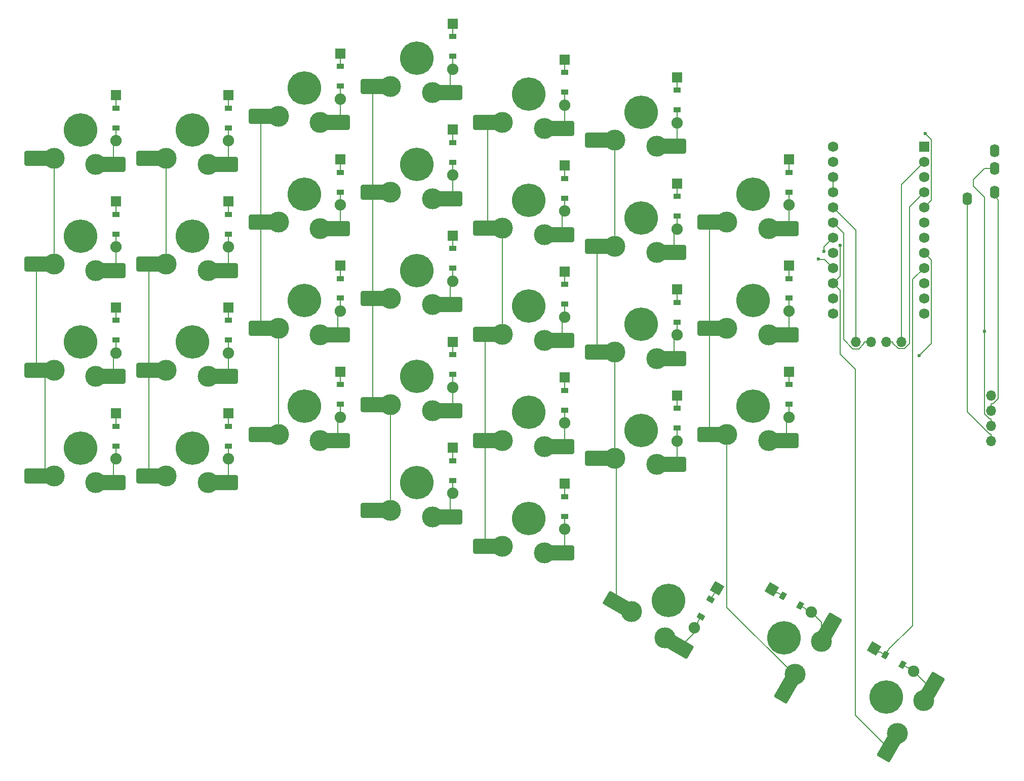
<source format=gbr>
%TF.GenerationSoftware,KiCad,Pcbnew,9.0.7*%
%TF.CreationDate,2026-01-28T22:46:33+01:00*%
%TF.ProjectId,board_left_finished,626f6172-645f-46c6-9566-745f66696e69,v1.0.0*%
%TF.SameCoordinates,Original*%
%TF.FileFunction,Copper,L2,Bot*%
%TF.FilePolarity,Positive*%
%FSLAX46Y46*%
G04 Gerber Fmt 4.6, Leading zero omitted, Abs format (unit mm)*
G04 Created by KiCad (PCBNEW 9.0.7) date 2026-01-28 22:46:33*
%MOMM*%
%LPD*%
G01*
G04 APERTURE LIST*
G04 Aperture macros list*
%AMRoundRect*
0 Rectangle with rounded corners*
0 $1 Rounding radius*
0 $2 $3 $4 $5 $6 $7 $8 $9 X,Y pos of 4 corners*
0 Add a 4 corners polygon primitive as box body*
4,1,4,$2,$3,$4,$5,$6,$7,$8,$9,$2,$3,0*
0 Add four circle primitives for the rounded corners*
1,1,$1+$1,$2,$3*
1,1,$1+$1,$4,$5*
1,1,$1+$1,$6,$7*
1,1,$1+$1,$8,$9*
0 Add four rect primitives between the rounded corners*
20,1,$1+$1,$2,$3,$4,$5,0*
20,1,$1+$1,$4,$5,$6,$7,0*
20,1,$1+$1,$6,$7,$8,$9,0*
20,1,$1+$1,$8,$9,$2,$3,0*%
%AMRotRect*
0 Rectangle, with rotation*
0 The origin of the aperture is its center*
0 $1 length*
0 $2 width*
0 $3 Rotation angle, in degrees counterclockwise*
0 Add horizontal line*
21,1,$1,$2,0,0,$3*%
G04 Aperture macros list end*
%TA.AperFunction,ComponentPad*%
%ADD10R,1.778000X1.778000*%
%TD*%
%TA.AperFunction,SMDPad,CuDef*%
%ADD11R,1.200000X0.900000*%
%TD*%
%TA.AperFunction,ComponentPad*%
%ADD12C,1.905000*%
%TD*%
%TA.AperFunction,ComponentPad*%
%ADD13O,1.700000X1.700000*%
%TD*%
%TA.AperFunction,ComponentPad*%
%ADD14RotRect,1.778000X1.778000X330.000000*%
%TD*%
%TA.AperFunction,SMDPad,CuDef*%
%ADD15RotRect,0.900000X1.200000X330.000000*%
%TD*%
%TA.AperFunction,ComponentPad*%
%ADD16RotRect,1.778000X1.778000X240.000000*%
%TD*%
%TA.AperFunction,SMDPad,CuDef*%
%ADD17RotRect,0.900000X1.200000X240.000000*%
%TD*%
%TA.AperFunction,ComponentPad*%
%ADD18R,1.752600X1.752600*%
%TD*%
%TA.AperFunction,ComponentPad*%
%ADD19C,1.752600*%
%TD*%
%TA.AperFunction,ComponentPad*%
%ADD20O,1.600000X2.200000*%
%TD*%
%TA.AperFunction,ComponentPad*%
%ADD21C,5.600000*%
%TD*%
%TA.AperFunction,SMDPad,CuDef*%
%ADD22RoundRect,0.250000X-1.750000X-1.000000X1.750000X-1.000000X1.750000X1.000000X-1.750000X1.000000X0*%
%TD*%
%TA.AperFunction,ComponentPad*%
%ADD23C,3.500000*%
%TD*%
%TA.AperFunction,SMDPad,CuDef*%
%ADD24RoundRect,0.250000X-0.008975X-2.015544X1.741025X1.015544X0.008975X2.015544X-1.741025X-1.015544X0*%
%TD*%
%TA.AperFunction,SMDPad,CuDef*%
%ADD25RoundRect,0.250000X-2.015544X0.008975X1.015544X-1.741025X2.015544X-0.008975X-1.015544X1.741025X0*%
%TD*%
%TA.AperFunction,ViaPad*%
%ADD26C,0.600000*%
%TD*%
%TA.AperFunction,Conductor*%
%ADD27C,0.200000*%
%TD*%
G04 APERTURE END LIST*
D10*
%TO.P,D1,1*%
%TO.N,P18*%
X106000000Y-126440000D03*
D11*
X106000000Y-128600000D03*
%TO.P,D1,2*%
%TO.N,first_bottom*%
X106000000Y-131900000D03*
D12*
X106000000Y-134060000D03*
%TD*%
D10*
%TO.P,D10,1*%
%TO.N,P19*%
X143500000Y-101690000D03*
D11*
X143500000Y-103850000D03*
%TO.P,D10,2*%
%TO.N,third_home*%
X143500000Y-107150000D03*
D12*
X143500000Y-109310000D03*
%TD*%
D13*
%TO.P,I2COut,1*%
%TO.N,GND*%
X252300000Y-123440000D03*
%TO.P,I2COut,2*%
%TO.N,VCC*%
X252300000Y-125980000D03*
%TO.P,I2COut,3*%
%TO.N,P3*%
X252300000Y-128520000D03*
%TO.P,I2COut,4*%
%TO.N,P2*%
X252300000Y-131060000D03*
%TD*%
D10*
%TO.P,D8,1*%
%TO.N,P21*%
X124750000Y-73190000D03*
D11*
X124750000Y-75350000D03*
%TO.P,D8,2*%
%TO.N,second_num*%
X124750000Y-78650000D03*
D12*
X124750000Y-80810000D03*
%TD*%
D10*
%TO.P,D2,1*%
%TO.N,P19*%
X106000000Y-108690000D03*
D11*
X106000000Y-110850000D03*
%TO.P,D2,2*%
%TO.N,first_home*%
X106000000Y-114150000D03*
D12*
X106000000Y-116310000D03*
%TD*%
D10*
%TO.P,D18,1*%
%TO.N,P15*%
X181000000Y-138190000D03*
D11*
X181000000Y-140350000D03*
%TO.P,D18,2*%
%TO.N,fifth_mod*%
X181000000Y-143650000D03*
D12*
X181000000Y-145810000D03*
%TD*%
D14*
%TO.P,D32,1*%
%TO.N,P15*%
X232736043Y-165768200D03*
D15*
X234606658Y-166848200D03*
%TO.P,D32,2*%
%TO.N,big_thumb_cluster*%
X237464542Y-168498200D03*
D12*
X239335157Y-169578200D03*
%TD*%
D10*
%TO.P,D7,1*%
%TO.N,P20*%
X124750000Y-90940000D03*
D11*
X124750000Y-93100000D03*
%TO.P,D7,2*%
%TO.N,second_top*%
X124750000Y-96400000D03*
D12*
X124750000Y-98560000D03*
%TD*%
D10*
%TO.P,D28,1*%
%TO.N,P19*%
X218500000Y-101690000D03*
D11*
X218500000Y-103850000D03*
%TO.P,D28,2*%
%TO.N,seventh_home*%
X218500000Y-107150000D03*
D12*
X218500000Y-109310000D03*
%TD*%
D13*
%TO.P,DISP1,1*%
%TO.N,P2*%
X229645000Y-114450000D03*
%TO.P,DISP1,2*%
%TO.N,P3*%
X232185000Y-114450000D03*
%TO.P,DISP1,3*%
%TO.N,VCC*%
X234725000Y-114450000D03*
%TO.P,DISP1,4*%
%TO.N,GND*%
X237265000Y-114450000D03*
%TD*%
D10*
%TO.P,D13,1*%
%TO.N,P15*%
X162250000Y-132190000D03*
D11*
X162250000Y-134350000D03*
%TO.P,D13,2*%
%TO.N,fourth_mod*%
X162250000Y-137650000D03*
D12*
X162250000Y-139810000D03*
%TD*%
D16*
%TO.P,D30,1*%
%TO.N,P15*%
X206449200Y-155718343D03*
D17*
X205369200Y-157588958D03*
%TO.P,D30,2*%
%TO.N,small_thumb_cluster*%
X203719200Y-160446842D03*
D12*
X202639200Y-162317457D03*
%TD*%
D18*
%TO.P,MCU1,1*%
%TO.N,RAW*%
X241075000Y-81780000D03*
D19*
%TO.P,MCU1,2*%
%TO.N,GND*%
X241075000Y-84320000D03*
%TO.P,MCU1,3*%
%TO.N,RST*%
X241075000Y-86860000D03*
%TO.P,MCU1,4*%
%TO.N,VCC*%
X241075000Y-89400000D03*
%TO.P,MCU1,5*%
%TO.N,P21*%
X241075000Y-91940000D03*
%TO.P,MCU1,6*%
%TO.N,P20*%
X241075000Y-94480000D03*
%TO.P,MCU1,7*%
%TO.N,P19*%
X241075000Y-97020000D03*
%TO.P,MCU1,8*%
%TO.N,P18*%
X241075000Y-99560000D03*
%TO.P,MCU1,9*%
%TO.N,P15*%
X241075000Y-102100000D03*
%TO.P,MCU1,10*%
%TO.N,P14*%
X241075000Y-104640000D03*
%TO.P,MCU1,11*%
%TO.N,P16*%
X241075000Y-107180000D03*
%TO.P,MCU1,12*%
%TO.N,P10*%
X241075000Y-109720000D03*
%TO.P,MCU1,13*%
%TO.N,P1*%
X225835000Y-81780000D03*
%TO.P,MCU1,14*%
%TO.N,P0*%
X225835000Y-84320000D03*
%TO.P,MCU1,15*%
%TO.N,GND*%
X225835000Y-86860000D03*
%TO.P,MCU1,16*%
X225835000Y-89400000D03*
%TO.P,MCU1,17*%
%TO.N,P2*%
X225835000Y-91940000D03*
%TO.P,MCU1,18*%
%TO.N,P3*%
X225835000Y-94480000D03*
%TO.P,MCU1,19*%
%TO.N,P4*%
X225835000Y-97020000D03*
%TO.P,MCU1,20*%
%TO.N,P5*%
X225835000Y-99560000D03*
%TO.P,MCU1,21*%
%TO.N,P6*%
X225835000Y-102100000D03*
%TO.P,MCU1,22*%
%TO.N,P7*%
X225835000Y-104640000D03*
%TO.P,MCU1,23*%
%TO.N,P8*%
X225835000Y-107180000D03*
%TO.P,MCU1,24*%
%TO.N,P9*%
X225835000Y-109720000D03*
%TD*%
D10*
%TO.P,D17,1*%
%TO.N,P21*%
X162250000Y-61190000D03*
D11*
X162250000Y-63350000D03*
%TO.P,D17,2*%
%TO.N,fourth_num*%
X162250000Y-66650000D03*
D12*
X162250000Y-68810000D03*
%TD*%
D10*
%TO.P,D22,1*%
%TO.N,P21*%
X181000000Y-67190000D03*
D11*
X181000000Y-69350000D03*
%TO.P,D22,2*%
%TO.N,fifth_num*%
X181000000Y-72650000D03*
D12*
X181000000Y-74810000D03*
%TD*%
D10*
%TO.P,D27,1*%
%TO.N,P18*%
X218500000Y-119440000D03*
D11*
X218500000Y-121600000D03*
%TO.P,D27,2*%
%TO.N,seventh_bottom*%
X218500000Y-124900000D03*
D12*
X218500000Y-127060000D03*
%TD*%
D10*
%TO.P,D5,1*%
%TO.N,P18*%
X124750000Y-126440000D03*
D11*
X124750000Y-128600000D03*
%TO.P,D5,2*%
%TO.N,second_bottom*%
X124750000Y-131900000D03*
D12*
X124750000Y-134060000D03*
%TD*%
D10*
%TO.P,D3,1*%
%TO.N,P20*%
X106000000Y-90940000D03*
D11*
X106000000Y-93100000D03*
%TO.P,D3,2*%
%TO.N,first_top*%
X106000000Y-96400000D03*
D12*
X106000000Y-98560000D03*
%TD*%
D10*
%TO.P,D15,1*%
%TO.N,P19*%
X162250000Y-96690000D03*
D11*
X162250000Y-98850000D03*
%TO.P,D15,2*%
%TO.N,fourth_home*%
X162250000Y-102150000D03*
D12*
X162250000Y-104310000D03*
%TD*%
D20*
%TO.P,TRRS1,2*%
%TO.N,GND*%
X252900000Y-82450000D03*
%TO.P,TRRS1,3*%
%TO.N,P3*%
X252900000Y-85450000D03*
%TO.P,TRRS1,4*%
%TO.N,VCC*%
X252900000Y-89450000D03*
%TO.P,TRRS1,5*%
%TO.N,P2*%
X248300000Y-90550000D03*
%TD*%
D10*
%TO.P,D20,1*%
%TO.N,P19*%
X181000000Y-102690000D03*
D11*
X181000000Y-104850000D03*
%TO.P,D20,2*%
%TO.N,fifth_home*%
X181000000Y-108150000D03*
D12*
X181000000Y-110310000D03*
%TD*%
D10*
%TO.P,D16,1*%
%TO.N,P20*%
X162250000Y-78940000D03*
D11*
X162250000Y-81100000D03*
%TO.P,D16,2*%
%TO.N,fourth_top*%
X162250000Y-84400000D03*
D12*
X162250000Y-86560000D03*
%TD*%
D10*
%TO.P,D9,1*%
%TO.N,P18*%
X143500000Y-119440000D03*
D11*
X143500000Y-121600000D03*
%TO.P,D9,2*%
%TO.N,third_bottom*%
X143500000Y-124900000D03*
D12*
X143500000Y-127060000D03*
%TD*%
D10*
%TO.P,D4,1*%
%TO.N,P21*%
X106000000Y-73190000D03*
D11*
X106000000Y-75350000D03*
%TO.P,D4,2*%
%TO.N,first_num*%
X106000000Y-78650000D03*
D12*
X106000000Y-80810000D03*
%TD*%
D10*
%TO.P,D19,1*%
%TO.N,P18*%
X181000000Y-120440000D03*
D11*
X181000000Y-122600000D03*
%TO.P,D19,2*%
%TO.N,fifth_bottom*%
X181000000Y-125900000D03*
D12*
X181000000Y-128060000D03*
%TD*%
D10*
%TO.P,D11,1*%
%TO.N,P20*%
X143500000Y-83940000D03*
D11*
X143500000Y-86100000D03*
%TO.P,D11,2*%
%TO.N,third_top*%
X143500000Y-89400000D03*
D12*
X143500000Y-91560000D03*
%TD*%
D10*
%TO.P,D21,1*%
%TO.N,P20*%
X181000000Y-84940000D03*
D11*
X181000000Y-87100000D03*
%TO.P,D21,2*%
%TO.N,fifth_top*%
X181000000Y-90400000D03*
D12*
X181000000Y-92560000D03*
%TD*%
D10*
%TO.P,D29,1*%
%TO.N,P20*%
X218500000Y-83940000D03*
D11*
X218500000Y-86100000D03*
%TO.P,D29,2*%
%TO.N,seventh_top*%
X218500000Y-89400000D03*
D12*
X218500000Y-91560000D03*
%TD*%
D10*
%TO.P,D24,1*%
%TO.N,P19*%
X199750000Y-105690000D03*
D11*
X199750000Y-107850000D03*
%TO.P,D24,2*%
%TO.N,sixth_home*%
X199750000Y-111150000D03*
D12*
X199750000Y-113310000D03*
%TD*%
D10*
%TO.P,D6,1*%
%TO.N,P19*%
X124750000Y-108690000D03*
D11*
X124750000Y-110850000D03*
%TO.P,D6,2*%
%TO.N,second_home*%
X124750000Y-114150000D03*
D12*
X124750000Y-116310000D03*
%TD*%
D10*
%TO.P,D26,1*%
%TO.N,P21*%
X199750000Y-70190000D03*
D11*
X199750000Y-72350000D03*
%TO.P,D26,2*%
%TO.N,sixth_num*%
X199750000Y-75650000D03*
D12*
X199750000Y-77810000D03*
%TD*%
D10*
%TO.P,D23,1*%
%TO.N,P18*%
X199750000Y-123440000D03*
D11*
X199750000Y-125600000D03*
%TO.P,D23,2*%
%TO.N,sixth_bottom*%
X199750000Y-128900000D03*
D12*
X199750000Y-131060000D03*
%TD*%
D10*
%TO.P,D25,1*%
%TO.N,P20*%
X199750000Y-87940000D03*
D11*
X199750000Y-90100000D03*
%TO.P,D25,2*%
%TO.N,sixth_top*%
X199750000Y-93400000D03*
D12*
X199750000Y-95560000D03*
%TD*%
D10*
%TO.P,D12,1*%
%TO.N,P21*%
X143500000Y-66190000D03*
D11*
X143500000Y-68350000D03*
%TO.P,D12,2*%
%TO.N,third_num*%
X143500000Y-71650000D03*
D12*
X143500000Y-73810000D03*
%TD*%
D14*
%TO.P,D31,1*%
%TO.N,P15*%
X215588743Y-155868200D03*
D15*
X217459358Y-156948200D03*
%TO.P,D31,2*%
%TO.N,medium_thumb_cluster*%
X220317242Y-158598200D03*
D12*
X222187857Y-159678200D03*
%TD*%
D10*
%TO.P,D14,1*%
%TO.N,P18*%
X162250000Y-114440000D03*
D11*
X162250000Y-116600000D03*
%TO.P,D14,2*%
%TO.N,fourth_bottom*%
X162250000Y-119900000D03*
D12*
X162250000Y-122060000D03*
%TD*%
D21*
%TO.P,S29,*%
%TO.N,*%
X212500000Y-89750000D03*
D22*
%TO.P,S29,1*%
%TO.N,P10*%
X205150000Y-94450000D03*
D23*
X208100000Y-94450000D03*
%TO.P,S29,2*%
%TO.N,seventh_top*%
X215100000Y-95500000D03*
D22*
X218050000Y-95500000D03*
%TD*%
D21*
%TO.P,S18,*%
%TO.N,*%
X175000000Y-144000000D03*
D22*
%TO.P,S18,1*%
%TO.N,P9*%
X167650000Y-148700000D03*
D23*
X170600000Y-148700000D03*
%TO.P,S18,2*%
%TO.N,fifth_mod*%
X177600000Y-149750000D03*
D22*
X180550000Y-149750000D03*
%TD*%
D21*
%TO.P,S31,*%
%TO.N,*%
X217620400Y-163969400D03*
D24*
%TO.P,S31,1*%
%TO.N,P10*%
X218015719Y-172684687D03*
D23*
X219490719Y-170129912D03*
%TO.P,S31,2*%
%TO.N,medium_thumb_cluster*%
X223900046Y-164592734D03*
D24*
X225375046Y-162037959D03*
%TD*%
D21*
%TO.P,S4,*%
%TO.N,*%
X100000000Y-79000000D03*
D22*
%TO.P,S4,1*%
%TO.N,P5*%
X92650000Y-83700000D03*
D23*
X95600000Y-83700000D03*
%TO.P,S4,2*%
%TO.N,first_num*%
X102600000Y-84750000D03*
D22*
X105550000Y-84750000D03*
%TD*%
D21*
%TO.P,S9,*%
%TO.N,*%
X137500000Y-125250000D03*
D22*
%TO.P,S9,1*%
%TO.N,P7*%
X130150000Y-129950000D03*
D23*
X133100000Y-129950000D03*
%TO.P,S9,2*%
%TO.N,third_bottom*%
X140100000Y-131000000D03*
D22*
X143050000Y-131000000D03*
%TD*%
D21*
%TO.P,S22,*%
%TO.N,*%
X175000000Y-73000000D03*
D22*
%TO.P,S22,1*%
%TO.N,P9*%
X167650000Y-77700000D03*
D23*
X170600000Y-77700000D03*
%TO.P,S22,2*%
%TO.N,fifth_num*%
X177600000Y-78750000D03*
D22*
X180550000Y-78750000D03*
%TD*%
D21*
%TO.P,S10,*%
%TO.N,*%
X137500000Y-107500000D03*
D22*
%TO.P,S10,1*%
%TO.N,P7*%
X130150000Y-112200000D03*
D23*
X133100000Y-112200000D03*
%TO.P,S10,2*%
%TO.N,third_home*%
X140100000Y-113250000D03*
D22*
X143050000Y-113250000D03*
%TD*%
D21*
%TO.P,S24,*%
%TO.N,*%
X193750000Y-111500000D03*
D22*
%TO.P,S24,1*%
%TO.N,P4*%
X186400000Y-116200000D03*
D23*
X189350000Y-116200000D03*
%TO.P,S24,2*%
%TO.N,sixth_home*%
X196350000Y-117250000D03*
D22*
X199300000Y-117250000D03*
%TD*%
D21*
%TO.P,S20,*%
%TO.N,*%
X175000000Y-108500000D03*
D22*
%TO.P,S20,1*%
%TO.N,P9*%
X167650000Y-113200000D03*
D23*
X170600000Y-113200000D03*
%TO.P,S20,2*%
%TO.N,fifth_home*%
X177600000Y-114250000D03*
D22*
X180550000Y-114250000D03*
%TD*%
D21*
%TO.P,S7,*%
%TO.N,*%
X118750000Y-96750000D03*
D22*
%TO.P,S7,1*%
%TO.N,P6*%
X111400000Y-101450000D03*
D23*
X114350000Y-101450000D03*
%TO.P,S7,2*%
%TO.N,second_top*%
X121350000Y-102500000D03*
D22*
X124300000Y-102500000D03*
%TD*%
D21*
%TO.P,S8,*%
%TO.N,*%
X118750000Y-79000000D03*
D22*
%TO.P,S8,1*%
%TO.N,P6*%
X111400000Y-83700000D03*
D23*
X114350000Y-83700000D03*
%TO.P,S8,2*%
%TO.N,second_num*%
X121350000Y-84750000D03*
D22*
X124300000Y-84750000D03*
%TD*%
D21*
%TO.P,S25,*%
%TO.N,*%
X193750000Y-93750000D03*
D22*
%TO.P,S25,1*%
%TO.N,P4*%
X186400000Y-98450000D03*
D23*
X189350000Y-98450000D03*
%TO.P,S25,2*%
%TO.N,sixth_top*%
X196350000Y-99500000D03*
D22*
X199300000Y-99500000D03*
%TD*%
D21*
%TO.P,S26,*%
%TO.N,*%
X193750000Y-76000000D03*
D22*
%TO.P,S26,1*%
%TO.N,P4*%
X186400000Y-80700000D03*
D23*
X189350000Y-80700000D03*
%TO.P,S26,2*%
%TO.N,sixth_num*%
X196350000Y-81750000D03*
D22*
X199300000Y-81750000D03*
%TD*%
D21*
%TO.P,S15,*%
%TO.N,*%
X156250000Y-102500000D03*
D22*
%TO.P,S15,1*%
%TO.N,P8*%
X148900000Y-107200000D03*
D23*
X151850000Y-107200000D03*
%TO.P,S15,2*%
%TO.N,fourth_home*%
X158850000Y-108250000D03*
D22*
X161800000Y-108250000D03*
%TD*%
D21*
%TO.P,S12,*%
%TO.N,*%
X137500000Y-72000000D03*
D22*
%TO.P,S12,1*%
%TO.N,P7*%
X130150000Y-76700000D03*
D23*
X133100000Y-76700000D03*
%TO.P,S12,2*%
%TO.N,third_num*%
X140100000Y-77750000D03*
D22*
X143050000Y-77750000D03*
%TD*%
D21*
%TO.P,S21,*%
%TO.N,*%
X175000000Y-90750000D03*
D22*
%TO.P,S21,1*%
%TO.N,P9*%
X167650000Y-95450000D03*
D23*
X170600000Y-95450000D03*
%TO.P,S21,2*%
%TO.N,fifth_top*%
X177600000Y-96500000D03*
D22*
X180550000Y-96500000D03*
%TD*%
D21*
%TO.P,S28,*%
%TO.N,*%
X212500000Y-107500000D03*
D22*
%TO.P,S28,1*%
%TO.N,P10*%
X205150000Y-112200000D03*
D23*
X208100000Y-112200000D03*
%TO.P,S28,2*%
%TO.N,seventh_home*%
X215100000Y-113250000D03*
D22*
X218050000Y-113250000D03*
%TD*%
D21*
%TO.P,S17,*%
%TO.N,*%
X156250000Y-67000000D03*
D22*
%TO.P,S17,1*%
%TO.N,P8*%
X148900000Y-71700000D03*
D23*
X151850000Y-71700000D03*
%TO.P,S17,2*%
%TO.N,fourth_num*%
X158850000Y-72750000D03*
D22*
X161800000Y-72750000D03*
%TD*%
D21*
%TO.P,S1,*%
%TO.N,*%
X100000000Y-132250000D03*
D22*
%TO.P,S1,1*%
%TO.N,P5*%
X92650000Y-136950000D03*
D23*
X95600000Y-136950000D03*
%TO.P,S1,2*%
%TO.N,first_bottom*%
X102600000Y-138000000D03*
D22*
X105550000Y-138000000D03*
%TD*%
D21*
%TO.P,S14,*%
%TO.N,*%
X156250000Y-120250000D03*
D22*
%TO.P,S14,1*%
%TO.N,P8*%
X148900000Y-124950000D03*
D23*
X151850000Y-124950000D03*
%TO.P,S14,2*%
%TO.N,fourth_bottom*%
X158850000Y-126000000D03*
D22*
X161800000Y-126000000D03*
%TD*%
D21*
%TO.P,S19,*%
%TO.N,*%
X175000000Y-126250000D03*
D22*
%TO.P,S19,1*%
%TO.N,P9*%
X167650000Y-130950000D03*
D23*
X170600000Y-130950000D03*
%TO.P,S19,2*%
%TO.N,fifth_bottom*%
X177600000Y-132000000D03*
D22*
X180550000Y-132000000D03*
%TD*%
D21*
%TO.P,S5,*%
%TO.N,*%
X118750000Y-132250000D03*
D22*
%TO.P,S5,1*%
%TO.N,P6*%
X111400000Y-136950000D03*
D23*
X114350000Y-136950000D03*
%TO.P,S5,2*%
%TO.N,second_bottom*%
X121350000Y-138000000D03*
D22*
X124300000Y-138000000D03*
%TD*%
D21*
%TO.P,S11,*%
%TO.N,*%
X137500000Y-89750000D03*
D22*
%TO.P,S11,1*%
%TO.N,P7*%
X130150000Y-94450000D03*
D23*
X133100000Y-94450000D03*
%TO.P,S11,2*%
%TO.N,third_top*%
X140100000Y-95500000D03*
D22*
X143050000Y-95500000D03*
%TD*%
D21*
%TO.P,S13,*%
%TO.N,*%
X156250000Y-138000000D03*
D22*
%TO.P,S13,1*%
%TO.N,P8*%
X148900000Y-142700000D03*
D23*
X151850000Y-142700000D03*
%TO.P,S13,2*%
%TO.N,fourth_mod*%
X158850000Y-143750000D03*
D22*
X161800000Y-143750000D03*
%TD*%
D21*
%TO.P,S3,*%
%TO.N,*%
X100000000Y-96750000D03*
D22*
%TO.P,S3,1*%
%TO.N,P5*%
X92650000Y-101450000D03*
D23*
X95600000Y-101450000D03*
%TO.P,S3,2*%
%TO.N,first_top*%
X102600000Y-102500000D03*
D22*
X105550000Y-102500000D03*
%TD*%
D21*
%TO.P,S6,*%
%TO.N,*%
X118750000Y-114500000D03*
D22*
%TO.P,S6,1*%
%TO.N,P6*%
X111400000Y-119200000D03*
D23*
X114350000Y-119200000D03*
%TO.P,S6,2*%
%TO.N,second_home*%
X121350000Y-120250000D03*
D22*
X124300000Y-120250000D03*
%TD*%
D21*
%TO.P,S27,*%
%TO.N,*%
X212500000Y-125250000D03*
D22*
%TO.P,S27,1*%
%TO.N,P10*%
X205150000Y-129950000D03*
D23*
X208100000Y-129950000D03*
%TO.P,S27,2*%
%TO.N,seventh_bottom*%
X215100000Y-131000000D03*
D22*
X218050000Y-131000000D03*
%TD*%
D21*
%TO.P,S32,*%
%TO.N,*%
X234767700Y-173869400D03*
D24*
%TO.P,S32,1*%
%TO.N,P7*%
X235163019Y-182584687D03*
D23*
X236638019Y-180029912D03*
%TO.P,S32,2*%
%TO.N,big_thumb_cluster*%
X241047346Y-174492734D03*
D24*
X242522346Y-171937959D03*
%TD*%
D21*
%TO.P,S2,*%
%TO.N,*%
X100000000Y-114500000D03*
D22*
%TO.P,S2,1*%
%TO.N,P5*%
X92650000Y-119200000D03*
D23*
X95600000Y-119200000D03*
%TO.P,S2,2*%
%TO.N,first_home*%
X102600000Y-120250000D03*
D22*
X105550000Y-120250000D03*
%TD*%
D21*
%TO.P,S30,*%
%TO.N,*%
X198348100Y-157750000D03*
D25*
%TO.P,S30,1*%
%TO.N,P4*%
X189632813Y-158145319D03*
D23*
X192187588Y-159620319D03*
%TO.P,S30,2*%
%TO.N,small_thumb_cluster*%
X197724766Y-164029646D03*
D25*
X200279541Y-165504646D03*
%TD*%
D21*
%TO.P,S16,*%
%TO.N,*%
X156250000Y-84750000D03*
D22*
%TO.P,S16,1*%
%TO.N,P8*%
X148900000Y-89450000D03*
D23*
X151850000Y-89450000D03*
%TO.P,S16,2*%
%TO.N,fourth_top*%
X158850000Y-90500000D03*
D22*
X161800000Y-90500000D03*
%TD*%
D21*
%TO.P,S23,*%
%TO.N,*%
X193750000Y-129250000D03*
D22*
%TO.P,S23,1*%
%TO.N,P4*%
X186400000Y-133950000D03*
D23*
X189350000Y-133950000D03*
%TO.P,S23,2*%
%TO.N,sixth_bottom*%
X196350000Y-135000000D03*
D22*
X199300000Y-135000000D03*
%TD*%
D26*
%TO.N,P6*%
X223420500Y-100582300D03*
%TO.N,P7*%
X227000300Y-98290000D03*
%TO.N,P4*%
X224304300Y-99358700D03*
%TO.N,P18*%
X240254900Y-116738000D03*
%TO.N,P21*%
X241281800Y-79613800D03*
%TO.N,P3*%
X251137500Y-112714700D03*
%TD*%
D27*
%TO.N,P5*%
X92650000Y-83700000D02*
X95600000Y-83700000D01*
X95600000Y-101450000D02*
X92650000Y-101450000D01*
X92650000Y-136950000D02*
X94083700Y-136950000D01*
X92650000Y-119200000D02*
X92650000Y-101450000D01*
X95600000Y-83700000D02*
X95600000Y-101450000D01*
X94083700Y-136950000D02*
X94083700Y-119200000D01*
X95600000Y-119200000D02*
X94083700Y-119200000D01*
X94083700Y-136950000D02*
X95600000Y-136950000D01*
X94083700Y-119200000D02*
X92650000Y-119200000D01*
%TO.N,first_bottom*%
X105550000Y-138000000D02*
X105550000Y-134510000D01*
X106000000Y-134060000D02*
X106000000Y-131900000D01*
X102600000Y-138000000D02*
X105550000Y-138000000D01*
X105550000Y-134510000D02*
X106000000Y-134060000D01*
%TO.N,GND*%
X225835000Y-89400000D02*
X225835000Y-86860000D01*
X237265000Y-114450000D02*
X237265000Y-88130000D01*
X237265000Y-88130000D02*
X241075000Y-84320000D01*
%TO.N,first_home*%
X105550000Y-116760000D02*
X106000000Y-116310000D01*
X102600000Y-120250000D02*
X105550000Y-120250000D01*
X105550000Y-120250000D02*
X105550000Y-116760000D01*
X106000000Y-114150000D02*
X106000000Y-116310000D01*
%TO.N,first_top*%
X106000000Y-102050000D02*
X106000000Y-98560000D01*
X106000000Y-96400000D02*
X106000000Y-98560000D01*
X105550000Y-102500000D02*
X106000000Y-102050000D01*
X102600000Y-102500000D02*
X105550000Y-102500000D01*
%TO.N,first_num*%
X106000000Y-78650000D02*
X106000000Y-80810000D01*
X102600000Y-84750000D02*
X105550000Y-84750000D01*
X105550000Y-81260000D02*
X105550000Y-84750000D01*
X106000000Y-80810000D02*
X105550000Y-81260000D01*
%TO.N,P6*%
X223503500Y-100665300D02*
X223420500Y-100582300D01*
X223503500Y-100582300D02*
X223420500Y-100582300D01*
X111400000Y-83700000D02*
X114350000Y-83700000D01*
X224400300Y-100665300D02*
X223503500Y-100665300D01*
X111492200Y-119200000D02*
X111400000Y-119200000D01*
X114350000Y-101450000D02*
X111492200Y-101450000D01*
X114350000Y-136950000D02*
X111400000Y-136950000D01*
X111492200Y-119200000D02*
X111492200Y-136857800D01*
X114350000Y-83700000D02*
X114350000Y-101450000D01*
X114350000Y-119200000D02*
X111492200Y-119200000D01*
X225835000Y-102100000D02*
X224400300Y-100665300D01*
X111492200Y-101450000D02*
X111492200Y-119200000D01*
X223420500Y-100582300D02*
X223503500Y-100582300D01*
X111492200Y-136857800D02*
X111400000Y-136950000D01*
X111492200Y-101450000D02*
X111400000Y-101450000D01*
%TO.N,second_bottom*%
X124750000Y-137550000D02*
X124300000Y-138000000D01*
X121350000Y-138000000D02*
X124300000Y-138000000D01*
X124750000Y-134060000D02*
X124750000Y-137550000D01*
X124750000Y-131900000D02*
X124750000Y-134060000D01*
%TO.N,second_home*%
X124750000Y-119800000D02*
X124300000Y-120250000D01*
X124750000Y-114150000D02*
X124750000Y-116310000D01*
X124750000Y-116310000D02*
X124750000Y-119800000D01*
X121350000Y-120250000D02*
X124300000Y-120250000D01*
%TO.N,second_top*%
X124300000Y-102500000D02*
X124750000Y-102050000D01*
X124300000Y-102500000D02*
X121350000Y-102500000D01*
X124750000Y-98560000D02*
X124750000Y-96400000D01*
X124750000Y-102050000D02*
X124750000Y-98560000D01*
%TO.N,second_num*%
X124750000Y-84300000D02*
X124750000Y-80810000D01*
X121350000Y-84750000D02*
X124300000Y-84750000D01*
X124300000Y-84750000D02*
X124750000Y-84300000D01*
X124750000Y-78650000D02*
X124750000Y-80810000D01*
%TO.N,P7*%
X225835000Y-104640000D02*
X227013000Y-105818000D01*
X227013000Y-98302700D02*
X227013000Y-103462000D01*
X130150000Y-94450000D02*
X130150000Y-112200000D01*
X130150000Y-129950000D02*
X133100000Y-129950000D01*
X133100000Y-112200000D02*
X133100000Y-129950000D01*
X130150000Y-76700000D02*
X133100000Y-76700000D01*
X227013000Y-116525900D02*
X229547800Y-119060700D01*
X227000300Y-98290000D02*
X227013000Y-98302700D01*
X236638000Y-181109700D02*
X236638000Y-180029900D01*
X130150000Y-76700000D02*
X130150000Y-94450000D01*
X227013000Y-103462000D02*
X225835000Y-104640000D01*
X229547800Y-176969600D02*
X229547900Y-176969600D01*
X227013000Y-105818000D02*
X227013000Y-116525900D01*
X130150000Y-94450000D02*
X133100000Y-94450000D01*
X229547800Y-119060700D02*
X229547800Y-176969600D01*
X130150000Y-112200000D02*
X133100000Y-112200000D01*
X235163000Y-182584700D02*
X236638000Y-181109700D01*
X229547900Y-176969600D02*
X235163000Y-182584700D01*
%TO.N,third_bottom*%
X140100000Y-131000000D02*
X143050000Y-131000000D01*
X143500000Y-124900000D02*
X143500000Y-127060000D01*
X143050000Y-127510000D02*
X143050000Y-131000000D01*
X143500000Y-127060000D02*
X143050000Y-127510000D01*
%TO.N,third_home*%
X143050000Y-109760000D02*
X143500000Y-109310000D01*
X143500000Y-109310000D02*
X143500000Y-107150000D01*
X140100000Y-113250000D02*
X143050000Y-113250000D01*
X143050000Y-113250000D02*
X143050000Y-109760000D01*
%TO.N,third_top*%
X140100000Y-95500000D02*
X143050000Y-95500000D01*
X143500000Y-95050000D02*
X143050000Y-95500000D01*
X143500000Y-91560000D02*
X143500000Y-95050000D01*
X143500000Y-89400000D02*
X143500000Y-91560000D01*
%TO.N,third_num*%
X143500000Y-77300000D02*
X143500000Y-73810000D01*
X143050000Y-77750000D02*
X143500000Y-77300000D01*
X143500000Y-73810000D02*
X143500000Y-71650000D01*
X140100000Y-77750000D02*
X143050000Y-77750000D01*
%TO.N,P8*%
X148900000Y-89450000D02*
X148900000Y-107200000D01*
X148900000Y-124950000D02*
X148900000Y-107200000D01*
X151850000Y-124950000D02*
X151850000Y-142700000D01*
X151850000Y-107200000D02*
X148900000Y-107200000D01*
X148900000Y-71700000D02*
X151850000Y-71700000D01*
X148900000Y-89450000D02*
X151850000Y-89450000D01*
X148900000Y-89450000D02*
X148900000Y-71700000D01*
X148900000Y-142700000D02*
X151850000Y-142700000D01*
X151850000Y-124950000D02*
X148900000Y-124950000D01*
%TO.N,fourth_mod*%
X158850000Y-143750000D02*
X161800000Y-143750000D01*
X161800000Y-140260000D02*
X161800000Y-143750000D01*
X162250000Y-137650000D02*
X162250000Y-139810000D01*
X162250000Y-139810000D02*
X161800000Y-140260000D01*
%TO.N,fourth_bottom*%
X162250000Y-119900000D02*
X162250000Y-122060000D01*
X158850000Y-126000000D02*
X161800000Y-126000000D01*
X162250000Y-125550000D02*
X162250000Y-122060000D01*
X161800000Y-126000000D02*
X162250000Y-125550000D01*
%TO.N,fourth_home*%
X158850000Y-108250000D02*
X161800000Y-108250000D01*
X162250000Y-104310000D02*
X161800000Y-104760000D01*
X162250000Y-102150000D02*
X162250000Y-104310000D01*
X161800000Y-104760000D02*
X161800000Y-108250000D01*
%TO.N,fourth_top*%
X161800000Y-90500000D02*
X158850000Y-90500000D01*
X162250000Y-90050000D02*
X162250000Y-86560000D01*
X161800000Y-90500000D02*
X162250000Y-90050000D01*
X162250000Y-84400000D02*
X162250000Y-86560000D01*
%TO.N,fourth_num*%
X158850000Y-72750000D02*
X161800000Y-72750000D01*
X161800000Y-69260000D02*
X161800000Y-72750000D01*
X162250000Y-66650000D02*
X162250000Y-68810000D01*
X162250000Y-68810000D02*
X161800000Y-69260000D01*
%TO.N,P9*%
X167650000Y-148700000D02*
X170600000Y-148700000D01*
X167650000Y-77700000D02*
X168097600Y-77700000D01*
X168097600Y-95450000D02*
X167650000Y-95450000D01*
X168097600Y-77700000D02*
X170600000Y-77700000D01*
X168097600Y-95450000D02*
X168097600Y-77700000D01*
X167650000Y-113200000D02*
X170600000Y-113200000D01*
X170600000Y-95450000D02*
X168097600Y-95450000D01*
X167650000Y-113200000D02*
X167650000Y-130950000D01*
X167650000Y-130950000D02*
X170600000Y-130950000D01*
X170600000Y-95450000D02*
X170600000Y-113200000D01*
X167650000Y-130950000D02*
X167650000Y-148700000D01*
%TO.N,fifth_mod*%
X177600000Y-149750000D02*
X180550000Y-149750000D01*
X181000000Y-143650000D02*
X181000000Y-145810000D01*
X181000000Y-149300000D02*
X181000000Y-145810000D01*
X180550000Y-149750000D02*
X181000000Y-149300000D01*
%TO.N,fifth_bottom*%
X181000000Y-125900000D02*
X181000000Y-128060000D01*
X181000000Y-131550000D02*
X180550000Y-132000000D01*
X177600000Y-132000000D02*
X180550000Y-132000000D01*
X181000000Y-128060000D02*
X181000000Y-131550000D01*
%TO.N,fifth_home*%
X180550000Y-110760000D02*
X180550000Y-114250000D01*
X181000000Y-110310000D02*
X180550000Y-110760000D01*
X177600000Y-114250000D02*
X180550000Y-114250000D01*
X181000000Y-108150000D02*
X181000000Y-110310000D01*
%TO.N,fifth_top*%
X181000000Y-90400000D02*
X181000000Y-92560000D01*
X181000000Y-92560000D02*
X180550000Y-93010000D01*
X180550000Y-93010000D02*
X180550000Y-96500000D01*
X180550000Y-96500000D02*
X177600000Y-96500000D01*
%TO.N,fifth_num*%
X181000000Y-72650000D02*
X181000000Y-74810000D01*
X177600000Y-78750000D02*
X180550000Y-78750000D01*
X180550000Y-78750000D02*
X181000000Y-78300000D01*
X181000000Y-78300000D02*
X181000000Y-74810000D01*
%TO.N,P4*%
X189350000Y-133950000D02*
X189350000Y-116200000D01*
X189632800Y-158145300D02*
X189632800Y-134232800D01*
X186400000Y-98450000D02*
X189350000Y-98450000D01*
X192187600Y-159620300D02*
X190712600Y-158145300D01*
X186400000Y-80700000D02*
X189350000Y-80700000D01*
X189350000Y-116200000D02*
X186400000Y-116200000D01*
X189350000Y-80700000D02*
X189350000Y-98450000D01*
X224304300Y-98550700D02*
X224304300Y-99358700D01*
X190712600Y-158145300D02*
X189632800Y-158145300D01*
X189632800Y-134232800D02*
X189350000Y-133950000D01*
X225835000Y-97020000D02*
X224304300Y-98550700D01*
X186400000Y-133950000D02*
X189350000Y-133950000D01*
X186400000Y-98450000D02*
X186400000Y-116200000D01*
%TO.N,sixth_bottom*%
X199750000Y-134550000D02*
X199750000Y-131060000D01*
X196350000Y-135000000D02*
X199300000Y-135000000D01*
X199300000Y-135000000D02*
X199750000Y-134550000D01*
X199750000Y-128900000D02*
X199750000Y-131060000D01*
%TO.N,sixth_home*%
X199750000Y-113310000D02*
X199300000Y-113760000D01*
X199750000Y-111150000D02*
X199750000Y-113310000D01*
X196350000Y-117250000D02*
X199300000Y-117250000D01*
X199300000Y-113760000D02*
X199300000Y-117250000D01*
%TO.N,sixth_top*%
X196350000Y-99500000D02*
X199300000Y-99500000D01*
X199300000Y-96010000D02*
X199750000Y-95560000D01*
X199300000Y-99500000D02*
X199300000Y-96010000D01*
X199750000Y-95560000D02*
X199750000Y-93400000D01*
%TO.N,sixth_num*%
X199300000Y-81750000D02*
X199750000Y-81300000D01*
X199750000Y-75650000D02*
X199750000Y-77810000D01*
X199300000Y-81750000D02*
X196350000Y-81750000D01*
X199750000Y-81300000D02*
X199750000Y-77810000D01*
%TO.N,P10*%
X205150000Y-112200000D02*
X208100000Y-112200000D01*
X205150000Y-112200000D02*
X205150000Y-129950000D01*
X205150000Y-129950000D02*
X208100000Y-129950000D01*
X218015700Y-171604900D02*
X218015700Y-172684700D01*
X219490700Y-170129900D02*
X219398500Y-170222100D01*
X205150000Y-94450000D02*
X208100000Y-94450000D01*
X219398500Y-170222100D02*
X218015700Y-171604900D01*
X208100000Y-158923600D02*
X208100000Y-129950000D01*
X205150000Y-112200000D02*
X205150000Y-94450000D01*
X219398500Y-170222100D02*
X208100000Y-158923600D01*
%TO.N,seventh_bottom*%
X215100000Y-131000000D02*
X218050000Y-131000000D01*
X218050000Y-127510000D02*
X218050000Y-131000000D01*
X218500000Y-127060000D02*
X218050000Y-127510000D01*
X218500000Y-127060000D02*
X218500000Y-124900000D01*
%TO.N,seventh_home*%
X218500000Y-112800000D02*
X218500000Y-109310000D01*
X218500000Y-107150000D02*
X218500000Y-109310000D01*
X215100000Y-113250000D02*
X218050000Y-113250000D01*
X218050000Y-113250000D02*
X218500000Y-112800000D01*
%TO.N,seventh_top*%
X218500000Y-89400000D02*
X218500000Y-91560000D01*
X218500000Y-95050000D02*
X218500000Y-91560000D01*
X218050000Y-95500000D02*
X215100000Y-95500000D01*
X218050000Y-95500000D02*
X218500000Y-95050000D01*
%TO.N,small_thumb_cluster*%
X200279500Y-165504600D02*
X202639200Y-163144900D01*
X203719200Y-160446800D02*
X203222500Y-161307100D01*
X203222500Y-161734200D02*
X203222500Y-161307100D01*
X202639200Y-163144900D02*
X202639200Y-162317500D01*
X202639200Y-162317500D02*
X203222500Y-161734200D01*
%TO.N,medium_thumb_cluster*%
X223900000Y-162038000D02*
X223900000Y-164592700D01*
X221760800Y-159678200D02*
X221177500Y-159094900D01*
X222187900Y-159678200D02*
X223900000Y-161390300D01*
X220317200Y-158598200D02*
X221177500Y-159094900D01*
X225375000Y-162038000D02*
X223900000Y-162038000D01*
X222187900Y-159678200D02*
X221760800Y-159678200D01*
X223900000Y-161390300D02*
X223900000Y-162038000D01*
%TO.N,big_thumb_cluster*%
X242522300Y-171938000D02*
X242108700Y-172351600D01*
X241047300Y-173413000D02*
X241047300Y-174492700D01*
X238324800Y-168994900D02*
X238751900Y-168994900D01*
X237464500Y-168498200D02*
X238324800Y-168994900D01*
X242108700Y-172351600D02*
X241047300Y-173413000D01*
X238751900Y-168994900D02*
X239335200Y-169578200D01*
X242108700Y-172351600D02*
X239335200Y-169578200D01*
%TO.N,P18*%
X242283000Y-114709900D02*
X240254900Y-116738000D01*
X218500000Y-119440000D02*
X218500000Y-121600000D01*
X162250000Y-116600000D02*
X162250000Y-114440000D01*
X199750000Y-125600000D02*
X199750000Y-123440000D01*
X241075000Y-99560000D02*
X242283000Y-100768000D01*
X124750000Y-128600000D02*
X124750000Y-126440000D01*
X143500000Y-119440000D02*
X143500000Y-121600000D01*
X106000000Y-126440000D02*
X106000000Y-128600000D01*
X181000000Y-122600000D02*
X181000000Y-120440000D01*
X242283000Y-100768000D02*
X242283000Y-114709900D01*
%TO.N,P19*%
X143500000Y-101690000D02*
X143500000Y-103850000D01*
X199750000Y-107850000D02*
X199750000Y-105690000D01*
X181000000Y-102690000D02*
X181000000Y-104850000D01*
X162250000Y-96690000D02*
X162250000Y-98850000D01*
X106000000Y-110850000D02*
X106000000Y-108690000D01*
X124750000Y-110850000D02*
X124750000Y-108690000D01*
X218500000Y-101690000D02*
X218500000Y-103850000D01*
%TO.N,P20*%
X143500000Y-86100000D02*
X143500000Y-83940000D01*
X162250000Y-78940000D02*
X162250000Y-81100000D01*
X106000000Y-90940000D02*
X106000000Y-93100000D01*
X218500000Y-86100000D02*
X218500000Y-83940000D01*
X199750000Y-87940000D02*
X199750000Y-90100000D01*
X181000000Y-87100000D02*
X181000000Y-84940000D01*
X124750000Y-93100000D02*
X124750000Y-90940000D01*
%TO.N,P21*%
X241075000Y-91940000D02*
X242253000Y-90762000D01*
X124750000Y-73190000D02*
X124750000Y-75350000D01*
X242253000Y-80585000D02*
X241281800Y-79613800D01*
X106000000Y-75350000D02*
X106000000Y-73190000D01*
X143500000Y-68350000D02*
X143500000Y-66190000D01*
X162250000Y-61190000D02*
X162250000Y-63350000D01*
X181000000Y-67190000D02*
X181000000Y-69350000D01*
X242253000Y-90762000D02*
X242253000Y-80585000D01*
X199750000Y-70190000D02*
X199750000Y-72350000D01*
%TO.N,P15*%
X233319300Y-166351500D02*
X232736000Y-165768200D01*
X162250000Y-134350000D02*
X162250000Y-132190000D01*
X239110400Y-104066700D02*
X239183600Y-103993500D01*
X234606700Y-166848200D02*
X235158300Y-165892800D01*
X206449200Y-155718300D02*
X205694300Y-157025900D01*
X181000000Y-138190000D02*
X181000000Y-140350000D01*
X216172000Y-156451500D02*
X215588700Y-155868200D01*
X239183600Y-103993500D02*
X239183600Y-103991400D01*
X205369200Y-157351000D02*
X205369200Y-157589000D01*
X239183600Y-103991400D02*
X241075000Y-102100000D01*
X205694300Y-157025900D02*
X205369200Y-157351000D01*
X234606700Y-166848200D02*
X233746400Y-166351500D01*
X239110400Y-161940700D02*
X239110400Y-104066700D01*
X235158300Y-165892800D02*
X239110400Y-161940700D01*
X217459400Y-156948200D02*
X216599100Y-156451500D01*
X216599100Y-156451500D02*
X216172000Y-156451500D01*
X233746400Y-166351500D02*
X233319300Y-166351500D01*
%TO.N,VCC*%
X235876700Y-114450000D02*
X235876700Y-114737900D01*
X236743400Y-115604600D02*
X237798200Y-115604600D01*
X237798200Y-115604600D02*
X238640400Y-114762400D01*
X252900000Y-89450000D02*
X252900000Y-90150800D01*
X252300000Y-125980000D02*
X252300000Y-124828300D01*
X238640400Y-114762400D02*
X238640400Y-91834600D01*
X253459000Y-123957200D02*
X252587900Y-124828300D01*
X235876700Y-114737900D02*
X236743400Y-115604600D01*
X238640400Y-91834600D02*
X241075000Y-89400000D01*
X252900000Y-90150800D02*
X253459000Y-90709800D01*
X253459000Y-90709800D02*
X253459000Y-123957200D01*
X234725000Y-114450000D02*
X235876700Y-114450000D01*
X252587900Y-124828300D02*
X252300000Y-124828300D01*
%TO.N,P2*%
X229645000Y-114450000D02*
X229645000Y-95750000D01*
X248300000Y-126196200D02*
X248300000Y-90550000D01*
X229645000Y-95750000D02*
X225835000Y-91940000D01*
X252012100Y-129908300D02*
X248300000Y-126196200D01*
X252300000Y-129908300D02*
X252012100Y-129908300D01*
X252300000Y-131060000D02*
X252300000Y-129908300D01*
%TO.N,P3*%
X227646000Y-96291000D02*
X227646000Y-114089300D01*
X251137500Y-112714700D02*
X251137500Y-126474300D01*
X232185000Y-114450000D02*
X231033300Y-114450000D01*
X251137500Y-112714700D02*
X251137500Y-90228400D01*
X229178500Y-115621800D02*
X230130000Y-115621800D01*
X231033300Y-114718500D02*
X231033300Y-114450000D01*
X227646000Y-114089300D02*
X229178500Y-115621800D01*
X251137500Y-90228400D02*
X249298300Y-88389200D01*
X249298300Y-88389200D02*
X249298300Y-87310800D01*
X230130000Y-115621800D02*
X231033300Y-114718500D01*
X249298300Y-87310800D02*
X251159100Y-85450000D01*
X251137500Y-126474300D02*
X252031500Y-127368300D01*
X252031500Y-127368300D02*
X252300000Y-127368300D01*
X225835000Y-94480000D02*
X227646000Y-96291000D01*
X252300000Y-128520000D02*
X252300000Y-127368300D01*
X251159100Y-85450000D02*
X252900000Y-85450000D01*
%TD*%
M02*

</source>
